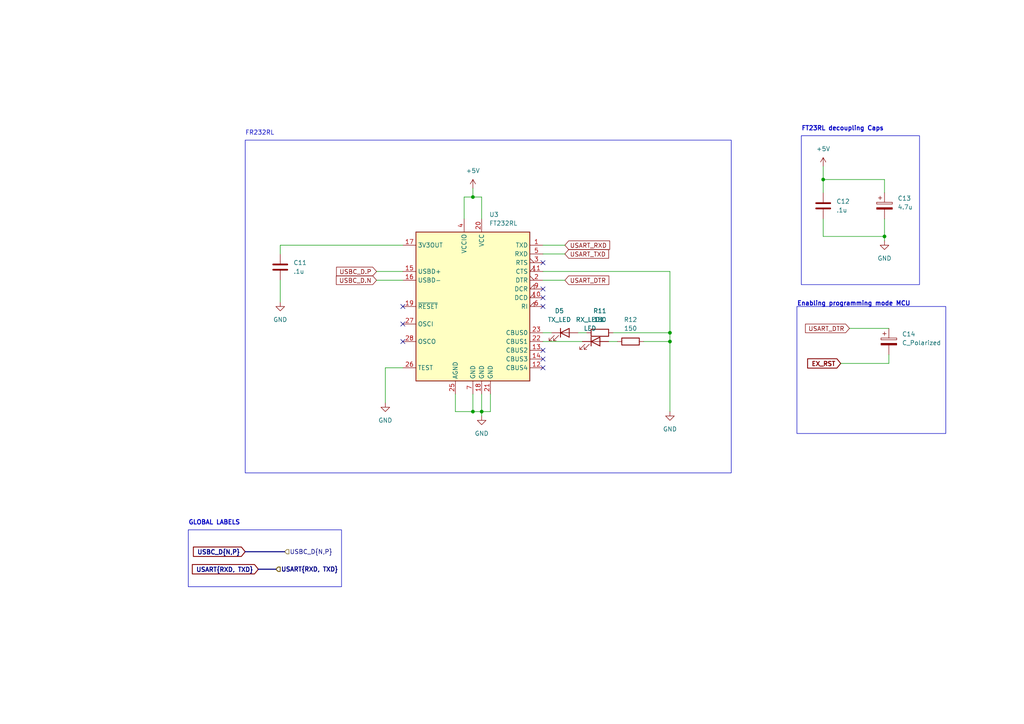
<source format=kicad_sch>
(kicad_sch (version 20250114) (generator "eeschema") (generator_version "9.0")
  (paper "A4")
  (lib_symbols
    (symbol "Device:C" (pin_numbers (hide yes)) (pin_names (offset 0.254))
      (property "Reference" "C" (at 0.635 2.54 0))
      (property "Value" "C" (at 0.635 -2.54 0))
      (symbol "C_0_1"
        (polyline (pts (xy -2.032 0.762) (xy 2.032 0.762)) (stroke (width 0.508)))
        (polyline (pts (xy -2.032 -0.762) (xy 2.032 -0.762)) (stroke (width 0.508)))
      )
      (symbol "C_1_1"
        (pin passive line (at 0 3.81 270) (length 2.794) (name "~") (number "1"))
        (pin passive line (at 0 -3.81 90) (length 2.794) (name "~") (number "2"))
      )
    )
    (symbol "Device:C_Polarized" (pin_numbers (hide yes)) (pin_names (offset 0.254))
      (property "Reference" "C" (at 0.635 2.54 0))
      (property "Value" "C_Polarized" (at 0.635 -2.54 0))
      (symbol "C_Polarized_0_1"
        (rectangle (start -2.286 0.508) (end 2.286 1.016))
        (polyline (pts (xy -1.778 2.286) (xy -0.762 2.286)))
        (polyline (pts (xy -1.27 2.794) (xy -1.27 1.778)))
        (rectangle (start 2.286 -0.508) (end -2.286 -1.016) (fill (type outline)))
      )
      (symbol "C_Polarized_1_1"
        (pin passive line (at 0 3.81 270) (length 2.794) (name "~") (number "1"))
        (pin passive line (at 0 -3.81 90) (length 2.794) (name "~") (number "2"))
      )
    )
    (symbol "Device:LED" (pin_numbers (hide yes)) (pin_names (offset 1.016) (hide yes))
      (property "Reference" "D" (at 0 2.54 0))
      (property "Value" "LED" (at 0 -2.54 0))
      (symbol "LED_0_1"
        (polyline (pts (xy -3.048 -0.762) (xy -4.572 -2.286) (xy -3.81 -2.286) (xy -4.572 -2.286) (xy -4.572 -1.524)))
        (polyline (pts (xy -1.778 -0.762) (xy -3.302 -2.286) (xy -2.54 -2.286) (xy -3.302 -2.286) (xy -3.302 -1.524)))
        (polyline (pts (xy -1.27 0) (xy 1.27 0)))
        (polyline (pts (xy -1.27 -1.27) (xy -1.27 1.27)) (stroke (width 0.254)))
        (polyline (pts (xy 1.27 -1.27) (xy 1.27 1.27) (xy -1.27 0) (xy 1.27 -1.27)) (stroke (width 0.254)))
      )
      (symbol "LED_1_1"
        (pin passive line (at -3.81 0 0) (length 2.54) (name "K") (number "1"))
        (pin passive line (at 3.81 0 180) (length 2.54) (name "A") (number "2"))
      )
    )
    (symbol "Device:R" (pin_numbers (hide yes)) (pin_names (offset 0))
      (property "Reference" "R" (at 2.032 0 90))
      (property "Value" "R" (at 0 0 90))
      (symbol "R_0_1"
        (rectangle (start -1.016 -2.54) (end 1.016 2.54) (stroke (width 0.254)))
      )
      (symbol "R_1_1"
        (pin passive line (at 0 3.81 270) (length 1.27) (name "~") (number "1"))
        (pin passive line (at 0 -3.81 90) (length 1.27) (name "~") (number "2"))
      )
    )
    (symbol "Interface_USB:FT232RL"
      (property "Reference" "U" (at -16.51 22.86 0))
      (property "Value" "FT232RL" (at 10.16 22.86 0))
      (symbol "FT232RL_0_1"
        (rectangle (start -16.51 21.59) (end 16.51 -21.59) (stroke (width 0.254)) (fill (type background)))
      )
      (symbol "FT232RL_1_1"
        (pin power_out line (at -20.32 17.78 0) (length 3.81) (name "3V3OUT") (number "17"))
        (pin bidirectional line (at -20.32 10.16 0) (length 3.81) (name "USBD+") (number "15"))
        (pin bidirectional line (at -20.32 7.62 0) (length 3.81) (name "USBD-") (number "16"))
        (pin input line (at -20.32 0 0) (length 3.81) (name "~{RESET}") (number "19"))
        (pin input line (at -20.32 -5.08 0) (length 3.81) (name "OSCI") (number "27"))
        (pin output line (at -20.32 -10.16 0) (length 3.81) (name "OSCO") (number "28"))
        (pin input line (at -20.32 -17.78 0) (length 3.81) (name "TEST") (number "26"))
        (pin power_in line (at -5.08 -25.4 90) (length 3.81) (name "AGND") (number "25"))
        (pin power_in line (at -2.54 25.4 270) (length 3.81) (name "VCCIO") (number "4"))
        (pin power_in line (at 0 -25.4 90) (length 3.81) (name "GND") (number "7"))
        (pin power_in line (at 2.54 25.4 270) (length 3.81) (name "VCC") (number "20"))
        (pin power_in line (at 2.54 -25.4 90) (length 3.81) (name "GND") (number "18"))
        (pin power_in line (at 5.08 -25.4 90) (length 3.81) (name "GND") (number "21"))
        (pin output line (at 20.32 17.78 180) (length 3.81) (name "TXD") (number "1"))
        (pin input line (at 20.32 15.24 180) (length 3.81) (name "RXD") (number "5"))
        (pin output output_low (at 20.32 12.7 180) (length 3.81) (name "RTS") (number "3"))
        (pin input input_low (at 20.32 10.16 180) (length 3.81) (name "CTS") (number "11"))
        (pin output output_low (at 20.32 7.62 180) (length 3.81) (name "DTR") (number "2"))
        (pin input input_low (at 20.32 5.08 180) (length 3.81) (name "DCR") (number "9"))
        (pin input input_low (at 20.32 2.54 180) (length 3.81) (name "DCD") (number "10"))
        (pin input input_low (at 20.32 0 180) (length 3.81) (name "RI") (number "6"))
        (pin bidirectional line (at 20.32 -7.62 180) (length 3.81) (name "CBUS0") (number "23"))
        (pin bidirectional line (at 20.32 -10.16 180) (length 3.81) (name "CBUS1") (number "22"))
        (pin bidirectional line (at 20.32 -12.7 180) (length 3.81) (name "CBUS2") (number "13"))
        (pin bidirectional line (at 20.32 -15.24 180) (length 3.81) (name "CBUS3") (number "14"))
        (pin bidirectional line (at 20.32 -17.78 180) (length 3.81) (name "CBUS4") (number "12"))
      )
    )
    (symbol "power:+5V" (power) (pin_names (offset 0))
      (property "Value" "+5V" (at 0 3.556 0))
      (symbol "+5V_0_1"
        (polyline (pts (xy -0.762 1.27) (xy 0 2.54)))
        (polyline (pts (xy 0 2.54) (xy 0.762 1.27)))
        (polyline (pts (xy 0 0) (xy 0 2.54)))
      )
      (symbol "+5V_1_1"
        (pin power_in line (at 0 0 90) (length 0) (hide yes) (name "+5V") (number "1"))
      )
    )
    (symbol "power:GND" (power) (pin_names (offset 0))
      (property "Value" "GND" (at 0 -3.81 0))
      (symbol "GND_0_1"
        (polyline (pts (xy 0 0) (xy 0 -1.27) (xy 1.27 -1.27) (xy 0 -2.54) (xy -1.27 -1.27) (xy 0 -1.27)))
      )
      (symbol "GND_1_1"
        (pin power_in line (at 0 0 270) (length 0) (hide yes) (name "GND") (number "1"))
      )
    )
  )
  (rectangle (start 54.61 153.67) (end 99.06 170.18))
  (rectangle (start 71.12 40.64) (end 212.09 137.16))
  (rectangle (start 232.41 39.37) (end 266.7 82.55))
  (rectangle (start 231.14 88.9) (end 274.32 125.73))
  (text "Enabling programming mode MCU" (at 231.14 88.9 0) (effects (font (size 1.27 1.27) (bold yes)) (justify left bottom)))
  (text "GLOBAL LABELS" (at 54.61 152.4 0) (effects (font (size 1.27 1.27) (bold yes)) (justify left bottom)))
  (text "FR232RL\n" (at 71.12 39.37 0) (effects (font (size 1.27 1.27)) (justify left bottom)))
  (text "FT23RL decoupling Caps\n" (at 232.41 38.1 0) (effects (font (size 1.27 1.27) (bold yes)) (justify left bottom)))
  (junction (at 238.76 52.07))
  (junction (at 256.54 68.58))
  (junction (at 137.16 119.38))
  (junction (at 194.31 96.52))
  (junction (at 139.7 119.38))
  (junction (at 194.31 99.06))
  (junction (at 137.16 57.15))
  (no_connect (at 157.48 106.68))
  (no_connect (at 157.48 104.14))
  (no_connect (at 116.84 88.9))
  (no_connect (at 116.84 99.06))
  (no_connect (at 157.48 86.36))
  (no_connect (at 116.84 93.98))
  (no_connect (at 157.48 88.9))
  (no_connect (at 157.48 76.2))
  (no_connect (at 157.48 101.6))
  (no_connect (at 157.48 83.82))
  (wire (pts (xy 256.54 63.5) (xy 256.54 68.58)))
  (wire (pts (xy 157.48 73.66) (xy 163.83 73.66)))
  (wire (pts (xy 238.76 52.07) (xy 256.54 52.07)))
  (wire (pts (xy 139.7 119.38) (xy 142.24 119.38)))
  (wire (pts (xy 157.48 96.52) (xy 160.02 96.52)))
  (wire (pts (xy 137.16 57.15) (xy 139.7 57.15)))
  (wire (pts (xy 157.48 81.28) (xy 163.83 81.28)))
  (bus (pts (xy 74.93 165.1) (xy 80.01 165.1)))
  (wire (pts (xy 139.7 119.38) (xy 139.7 120.65)))
  (wire (pts (xy 109.22 78.74) (xy 116.84 78.74)))
  (bus (pts (xy 71.12 160.02) (xy 82.55 160.02)))
  (wire (pts (xy 186.69 99.06) (xy 194.31 99.06)))
  (wire (pts (xy 116.84 71.12) (xy 81.28 71.12)))
  (wire (pts (xy 238.76 68.58) (xy 256.54 68.58)))
  (wire (pts (xy 243.84 105.41) (xy 257.81 105.41)))
  (wire (pts (xy 246.38 95.25) (xy 257.81 95.25)))
  (wire (pts (xy 194.31 78.74) (xy 194.31 96.52)))
  (wire (pts (xy 134.62 57.15) (xy 137.16 57.15)))
  (wire (pts (xy 137.16 114.3) (xy 137.16 119.38)))
  (wire (pts (xy 139.7 114.3) (xy 139.7 119.38)))
  (wire (pts (xy 167.64 96.52) (xy 170.18 96.52)))
  (wire (pts (xy 238.76 48.26) (xy 238.76 52.07)))
  (wire (pts (xy 157.48 99.06) (xy 168.91 99.06)))
  (wire (pts (xy 137.16 54.61) (xy 137.16 57.15)))
  (wire (pts (xy 139.7 63.5) (xy 139.7 57.15)))
  (wire (pts (xy 109.22 81.28) (xy 116.84 81.28)))
  (wire (pts (xy 116.84 106.68) (xy 111.76 106.68)))
  (wire (pts (xy 256.54 52.07) (xy 256.54 55.88)))
  (wire (pts (xy 177.8 96.52) (xy 194.31 96.52)))
  (wire (pts (xy 257.81 102.87) (xy 257.81 105.41)))
  (wire (pts (xy 176.53 99.06) (xy 179.07 99.06)))
  (wire (pts (xy 137.16 119.38) (xy 139.7 119.38)))
  (wire (pts (xy 238.76 52.07) (xy 238.76 55.88)))
  (wire (pts (xy 132.08 119.38) (xy 137.16 119.38)))
  (wire (pts (xy 194.31 96.52) (xy 194.31 99.06)))
  (wire (pts (xy 132.08 114.3) (xy 132.08 119.38)))
  (wire (pts (xy 157.48 71.12) (xy 163.83 71.12)))
  (wire (pts (xy 256.54 68.58) (xy 256.54 69.85)))
  (wire (pts (xy 134.62 63.5) (xy 134.62 57.15)))
  (wire (pts (xy 157.48 78.74) (xy 194.31 78.74)))
  (wire (pts (xy 81.28 81.28) (xy 81.28 87.63)))
  (wire (pts (xy 238.76 63.5) (xy 238.76 68.58)))
  (wire (pts (xy 142.24 114.3) (xy 142.24 119.38)))
  (wire (pts (xy 81.28 71.12) (xy 81.28 73.66)))
  (wire (pts (xy 194.31 99.06) (xy 194.31 119.38)))
  (wire (pts (xy 111.76 106.68) (xy 111.76 116.84)))
  (global_label "USBC_D.P" (shape input) (at 109.22 78.74 180) (property "Intersheetrefs" "${INTERSHEET_REFS}" (effects (hide yes))))
  (global_label "USART_RXD" (shape input) (at 163.83 71.12 0) (property "Intersheetrefs" "${INTERSHEET_REFS}" (effects (hide yes))))
  (global_label "USBC_D{N,P}" (shape input) (at 71.12 160.02 180) (effects (font (thickness 0.254) (bold yes))) (property "Intersheetrefs" "${INTERSHEET_REFS}" (effects (hide yes))))
  (global_label "EX_RST" (shape input) (at 243.84 105.41 180) (effects (font (thickness 0.254) (bold yes))) (property "Intersheetrefs" "${INTERSHEET_REFS}" (effects (hide yes))))
  (global_label "USBC_D.N" (shape input) (at 109.22 81.28 180) (property "Intersheetrefs" "${INTERSHEET_REFS}" (effects (hide yes))))
  (global_label "USART_DTR" (shape input) (at 163.83 81.28 0) (property "Intersheetrefs" "${INTERSHEET_REFS}" (effects (hide yes))))
  (global_label "USART{RXD, TXD}" (shape input) (at 74.93 165.1 180) (effects (font (bold yes))) (property "Intersheetrefs" "${INTERSHEET_REFS}" (effects (hide yes))))
  (global_label "USART_TXD" (shape input) (at 163.83 73.66 0) (property "Intersheetrefs" "${INTERSHEET_REFS}" (effects (hide yes))))
  (global_label "USART_DTR" (shape input) (at 246.38 95.25 180) (property "Intersheetrefs" "${INTERSHEET_REFS}" (effects (hide yes))))
  (hierarchical_label "USBC_D{N,P}" (shape input) (at 82.55 160.02 0))
  (hierarchical_label "USART{RXD, TXD}" (shape input) (at 80.01 165.1 0) (effects (font (bold yes))))
  (symbol (lib_id "power:GND") (at 256.54 69.85 0) (unit 1)
    (property "Reference" "#PWR033" (effects (hide yes)))
    (property "Value" "GND" (at 256.54 74.93 0))
  )
  (symbol (lib_id "power:+5V") (at 238.76 48.26 0) (unit 1)
    (property "Reference" "#PWR034" (effects (hide yes)))
    (property "Value" "+5V" (at 238.76 43.18 0))
  )
  (symbol (lib_id "Device:C") (at 81.28 77.47 0) (unit 1)
    (property "Reference" "C11" (at 85.09 76.2 0) (effects (justify left)))
    (property "Value" ".1u" (at 85.09 78.74 0) (effects (justify left)))
    (property "Footprint" "Capacitor_SMD:C_0603_1608Metric" (effects (hide yes)))
  )
  (symbol (lib_id "power:GND") (at 81.28 87.63 0) (unit 1)
    (property "Reference" "#PWR031" (effects (hide yes)))
    (property "Value" "GND" (at 81.28 92.71 0))
  )
  (symbol (lib_id "power:GND") (at 139.7 120.65 0) (unit 1)
    (property "Reference" "#PWR028" (effects (hide yes)))
    (property "Value" "GND" (at 139.7 125.73 0))
  )
  (symbol (lib_id "power:+5V") (at 137.16 54.61 0) (unit 1)
    (property "Reference" "#PWR032" (effects (hide yes)))
    (property "Value" "+5V" (at 137.16 49.53 0))
  )
  (symbol (lib_id "Device:C_Polarized") (at 256.54 59.69 0) (unit 1)
    (property "Reference" "C13" (at 260.35 57.531 0) (effects (justify left)))
    (property "Value" "4.7u" (at 260.35 60.071 0) (effects (justify left)))
    (property "Footprint" "Capacitor_SMD:C_0402_1005Metric" (effects (hide yes)))
  )
  (symbol (lib_id "Device:LED") (at 163.83 96.52 0) (unit 1)
    (property "Reference" "D5" (at 162.2425 90.17 0))
    (property "Value" "TX_LED" (at 162.2425 92.71 0))
    (property "Footprint" "LED_SMD:LED_0402_1005Metric" (effects (hide yes)))
  )
  (symbol (lib_id "Device:LED") (at 172.72 99.06 0) (unit 1)
    (property "Reference" "RX_LED1" (at 171.1325 92.71 0))
    (property "Value" "LED" (at 171.1325 95.25 0))
    (property "Footprint" "LED_SMD:LED_0402_1005Metric" (effects (hide yes)))
  )
  (symbol (lib_id "Device:C_Polarized") (at 257.81 99.06 0) (unit 1)
    (property "Reference" "C14" (at 261.62 96.901 0) (effects (justify left)))
    (property "Value" "C_Polarized" (at 261.62 99.441 0) (effects (justify left)))
    (property "Footprint" "Capacitor_SMD:C_0603_1608Metric" (effects (hide yes)))
  )
  (symbol (lib_id "Interface_USB:FT232RL") (at 137.16 88.9 0) (unit 1)
    (property "Reference" "U3" (at 141.8941 62.23 0) (effects (justify left)))
    (property "Value" "FT232RL" (at 141.8941 64.77 0) (effects (justify left)))
    (property "Footprint" "Package_SO:SSOP-28_5.3x10.2mm_P0.65mm" (effects (hide yes)))
    (property "Datasheet" "https://www.ftdichip.com/Support/Documents/DataSheets/ICs/DS_FT232R.pdf" (effects (hide yes)))
  )
  (symbol (lib_id "Device:R") (at 182.88 99.06 270) (unit 1)
    (property "Reference" "R12" (at 182.88 92.71 90))
    (property "Value" "150" (at 182.88 95.25 90))
    (property "Footprint" "Resistor_SMD:R_0402_1005Metric" (effects (hide yes)))
  )
  (symbol (lib_id "power:GND") (at 111.76 116.84 0) (unit 1)
    (property "Reference" "#PWR029" (effects (hide yes)))
    (property "Value" "GND" (at 111.76 121.92 0))
  )
  (symbol (lib_id "Device:C") (at 238.76 59.69 0) (unit 1)
    (property "Reference" "C12" (at 242.57 58.42 0) (effects (justify left)))
    (property "Value" ".1u" (at 242.57 60.96 0) (effects (justify left)))
    (property "Footprint" "Capacitor_SMD:C_0402_1005Metric" (effects (hide yes)))
  )
  (symbol (lib_id "Device:R") (at 173.99 96.52 270) (unit 1)
    (property "Reference" "R11" (at 173.99 90.17 90))
    (property "Value" "150" (at 173.99 92.71 90))
    (property "Footprint" "Resistor_SMD:R_0402_1005Metric" (effects (hide yes)))
  )
  (symbol (lib_id "power:GND") (at 194.31 119.38 0) (unit 1)
    (property "Reference" "#PWR030" (effects (hide yes)))
    (property "Value" "GND" (at 194.31 124.46 0))
  )
)
</source>
